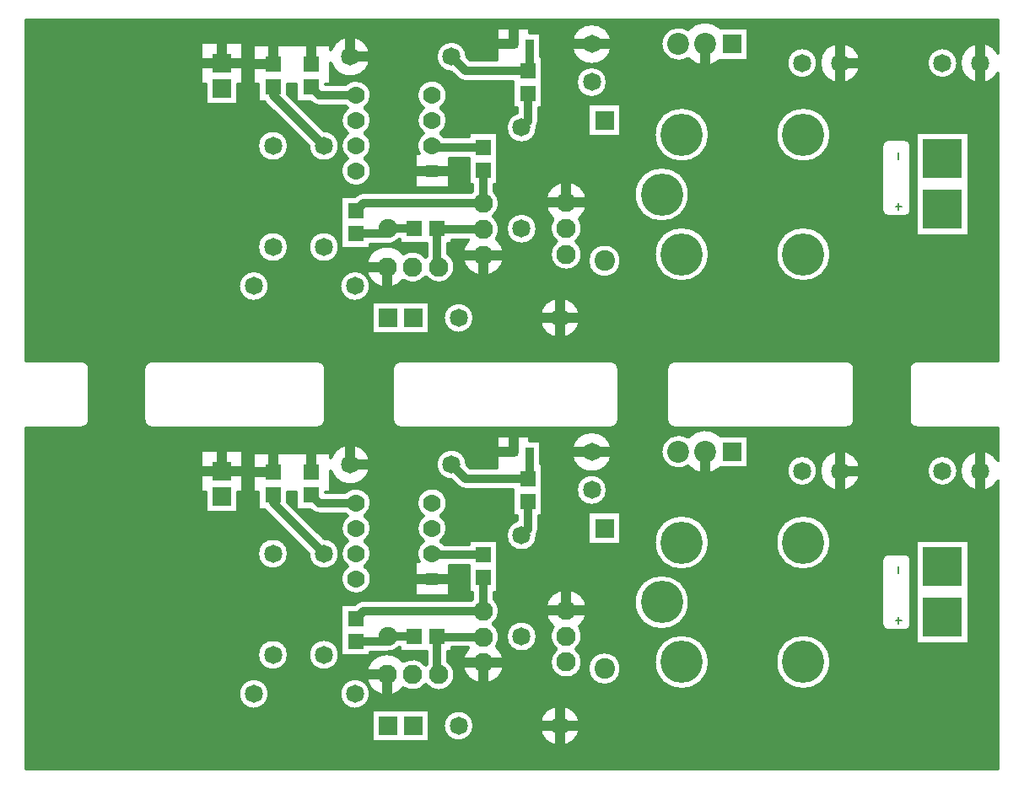
<source format=gbr>
G04 DesignSpark PCB Gerber Version 10.0 Build 5299*
G04 #@! TF.Part,Single*
G04 #@! TF.FileFunction,Copper,L1,Top*
G04 #@! TF.FilePolarity,Positive*
%FSLAX35Y35*%
%MOIN*%
G04 #@! TA.AperFunction,SMDPad,CuDef*
%ADD117R,0.06496X0.06496*%
%ADD121R,0.03701X0.03701*%
G04 #@! TA.AperFunction,ComponentPad*
%ADD21R,0.04567X0.04567*%
%ADD123R,0.07480X0.07480*%
%ADD23R,0.07756X0.07756*%
%ADD19R,0.07795X0.07795*%
G04 #@! TD.AperFunction*
%ADD15C,0.00500*%
%ADD10C,0.01200*%
%ADD114C,0.03465*%
%ADD11C,0.03937*%
G04 #@! TA.AperFunction,ComponentPad*
%ADD119C,0.06969*%
%ADD116C,0.07165*%
G04 #@! TA.AperFunction,ViaPad*
%ADD115C,0.07480*%
G04 #@! TA.AperFunction,ComponentPad*
%ADD106C,0.07677*%
%ADD120C,0.08110*%
%ADD118C,0.08661*%
%ADD26C,0.16693*%
G04 #@! TA.AperFunction,SMDPad,CuDef*
%ADD122R,0.06496X0.06496*%
G04 #@! TA.AperFunction,ComponentPad*
%ADD124R,0.15827X0.15827*%
G04 #@! TD.AperFunction*
X0Y0D02*
D02*
D10*
X28965Y163731D02*
Y28965D01*
X413180D01*
Y142676D01*
G75*
G02*
X398031Y146742I-7028J4066D01*
G01*
G75*
G02*
X413180Y150807I8120J0D01*
G01*
Y163731D01*
X381072D01*
G75*
G02*
X377904Y166899I0J3169D01*
G01*
Y187057D01*
G75*
G02*
X381072Y190225I3169J0D01*
G01*
X413180D01*
Y303936D01*
G75*
G02*
X398031Y308002I-7028J4066D01*
G01*
G75*
G02*
X413180Y312067I8120J0D01*
G01*
Y324991D01*
X28965D01*
Y190225D01*
X50994D01*
G75*
G02*
X54162Y187057I0J-3169D01*
G01*
Y166899D01*
G75*
G02*
X50994Y163731I-3169J0D01*
G01*
X28965D01*
X144222Y190225D02*
G75*
G02*
X147391Y187057I0J-3169D01*
G01*
Y166899D01*
G75*
G02*
X144222Y163731I-3169J0D01*
G01*
X78710D01*
G75*
G02*
X75542Y166899I0J3169D01*
G01*
Y187057D01*
G75*
G02*
X78710Y190225I3169J0D01*
G01*
X144222D01*
X98151Y154939D02*
X114702D01*
Y138387D01*
X112734D01*
Y130356D01*
X100120D01*
Y138387D01*
X98151D01*
Y154939D01*
X119025Y64704D02*
G75*
G02*
X125176Y58553I0J-6151D01*
G01*
G75*
G02*
X119025Y52402I-6151J0D01*
G01*
G75*
G02*
X112874Y58553I0J6151D01*
G01*
G75*
G02*
X119025Y64704I6151J0D01*
G01*
X155199Y138326D02*
G75*
G02*
X165511Y134025I4259J-4301D01*
G01*
G75*
G02*
X162869Y129025I-6053J0D01*
G01*
G75*
G02*
Y119025I-3411J-5000D01*
G01*
G75*
G02*
Y109025I-3411J-5000D01*
G01*
G75*
G02*
X159458Y97972I-3411J-5000D01*
G01*
G75*
G02*
X156047Y109025I0J6053D01*
G01*
G75*
G02*
Y119025I3411J5000D01*
G01*
G75*
G02*
Y129025I3411J5000D01*
G01*
G75*
G02*
X155199Y129724I3411J5001D01*
G01*
X144885D01*
G75*
G02*
X141839Y130984I-5J4301D01*
G01*
X141435Y131387D01*
X135887D01*
Y138419D01*
X132399D01*
Y134411D01*
X146673Y120137D01*
G75*
G02*
X152893Y113986I69J-6151D01*
G01*
G75*
G02*
X140591I-6151J0D01*
G01*
G75*
G02*
X140591Y114054I6152J-1D01*
G01*
X123546Y131099D01*
G75*
G02*
X123282Y131387I3039J3048D01*
G01*
X120769D01*
Y138419D01*
X118801D01*
Y153986D01*
X149486D01*
Y151984D01*
G75*
G02*
X165255Y149261I7650J-2723D01*
G01*
G75*
G02*
X149486Y146539I-8120J0D01*
G01*
Y138419D01*
X147517D01*
Y138326D01*
X155199D01*
X214967Y77376D02*
G75*
G02*
X218109Y70836I-5233J-6539D01*
G01*
G75*
G02*
X201358I-8376J0D01*
G01*
G75*
G02*
X203824Y76772I8376J0D01*
G01*
X197372D01*
Y75415D01*
X195857D01*
Y71298D01*
G75*
G02*
X192096Y59705I-3761J-5187D01*
G01*
G75*
G02*
X186978Y62257I0J6407D01*
G01*
G75*
G02*
X178163Y60879I-5118J3855D01*
G01*
G75*
G02*
X163248Y66112I-6539J5233D01*
G01*
G75*
G02*
X178163Y71345I8376J0D01*
G01*
G75*
G02*
X186978Y69966I3697J-5233D01*
G01*
G75*
G02*
X187256Y70310I5119J-3855D01*
G01*
Y75415D01*
X176742D01*
Y76929D01*
X176556D01*
G75*
G02*
X170777Y75028I-4618J4301D01*
G01*
G75*
G02*
X169953Y74949I-819J4222D01*
G01*
X165155D01*
Y73435D01*
X153525D01*
Y94065D01*
X159073D01*
X159355Y94346D01*
G75*
G02*
X162399Y95609I3044J-3038D01*
G01*
X204985D01*
G75*
G02*
X205433Y96058I4750J-4302D01*
G01*
Y98631D01*
X203919D01*
Y109146D01*
X196277D01*
Y97206D01*
X182639D01*
Y110844D01*
X184309D01*
G75*
G02*
X186047Y119025I5150J3181D01*
G01*
G75*
G02*
Y129025I3411J5000D01*
G01*
G75*
G02*
X189458Y140078I3411J5000D01*
G01*
G75*
G02*
X192869Y129025I0J-6053D01*
G01*
G75*
G02*
Y119025I-3411J-5000D01*
G01*
G75*
G02*
X194231Y117747I-3411J-5001D01*
G01*
X203919D01*
Y119261D01*
X215549D01*
Y98631D01*
X214035D01*
Y96058D01*
G75*
G02*
X213588Y86191I-4301J-4749D01*
G01*
G75*
G02*
X214967Y77376I-3855J-5118D01*
G01*
X199970Y52106D02*
G75*
G02*
X206121Y45954I0J-6151D01*
G01*
G75*
G02*
X199970Y39803I-6151J0D01*
G01*
G75*
G02*
X193819Y45954I0J6151D01*
G01*
G75*
G02*
X199970Y52106I6151J0D01*
G01*
X165710Y52261D02*
X188324D01*
Y39647D01*
X165710D01*
Y52261D01*
X140591Y73986D02*
G75*
G02*
X152893I6151J0D01*
G01*
G75*
G02*
X140591I-6151J0D01*
G01*
X159025Y64704D02*
G75*
G02*
X165176Y58553I0J-6151D01*
G01*
G75*
G02*
X159025Y52402I-6151J0D01*
G01*
G75*
G02*
X152874Y58553I0J6151D01*
G01*
G75*
G02*
X159025Y64704I6151J0D01*
G01*
X120433Y73986D02*
G75*
G02*
X132735I6151J0D01*
G01*
G75*
G02*
X120433I-6151J0D01*
G01*
Y113986D02*
G75*
G02*
X132735I6151J0D01*
G01*
G75*
G02*
X120433I-6151J0D01*
G01*
X98151Y316198D02*
X114702D01*
Y299647D01*
X112734D01*
Y291616D01*
X100120D01*
Y299647D01*
X98151D01*
Y316198D01*
X119025Y225964D02*
G75*
G02*
X125176Y219813I0J-6151D01*
G01*
G75*
G02*
X119025Y213661I-6151J0D01*
G01*
G75*
G02*
X112874Y219813I0J6151D01*
G01*
G75*
G02*
X119025Y225964I6151J0D01*
G01*
X155199Y299586D02*
G75*
G02*
X165511Y295285I4259J-4301D01*
G01*
G75*
G02*
X162869Y290285I-6053J0D01*
G01*
G75*
G02*
Y280285I-3411J-5000D01*
G01*
G75*
G02*
Y270285I-3411J-5000D01*
G01*
G75*
G02*
X159458Y259232I-3411J-5000D01*
G01*
G75*
G02*
X156047Y270285I0J6053D01*
G01*
G75*
G02*
Y280285I3411J5000D01*
G01*
G75*
G02*
Y290285I3411J5000D01*
G01*
G75*
G02*
X155199Y290984I3411J5001D01*
G01*
X144885D01*
G75*
G02*
X141839Y292244I-5J4301D01*
G01*
X141435Y292647D01*
X135887D01*
Y299679D01*
X132399D01*
Y295670D01*
X146673Y281396D01*
G75*
G02*
X152893Y275246I69J-6151D01*
G01*
G75*
G02*
X140591I-6151J0D01*
G01*
G75*
G02*
X140591Y275314I6152J-1D01*
G01*
X123546Y292359D01*
G75*
G02*
X123282Y292647I3039J3048D01*
G01*
X120769D01*
Y299679D01*
X118801D01*
Y315246D01*
X149486D01*
Y313244D01*
G75*
G02*
X165255Y310521I7650J-2723D01*
G01*
G75*
G02*
X149486Y307798I-8120J0D01*
G01*
Y299679D01*
X147517D01*
Y299586D01*
X155199D01*
X214967Y238635D02*
G75*
G02*
X218109Y232096I-5233J-6539D01*
G01*
G75*
G02*
X201358I-8376J0D01*
G01*
G75*
G02*
X203824Y238031I8376J0D01*
G01*
X197372D01*
Y236675D01*
X195857D01*
Y232558D01*
G75*
G02*
X192096Y220965I-3761J-5187D01*
G01*
G75*
G02*
X186978Y223517I0J6407D01*
G01*
G75*
G02*
X178163Y222139I-5118J3855D01*
G01*
G75*
G02*
X163248Y227372I-6539J5233D01*
G01*
G75*
G02*
X178163Y232605I8376J0D01*
G01*
G75*
G02*
X186978Y231226I3697J-5233D01*
G01*
G75*
G02*
X187256Y231570I5119J-3855D01*
G01*
Y236675D01*
X176742D01*
Y238189D01*
X176556D01*
G75*
G02*
X170777Y236287I-4618J4301D01*
G01*
G75*
G02*
X169953Y236209I-819J4222D01*
G01*
X165155D01*
Y234694D01*
X153525D01*
Y255324D01*
X159073D01*
X159355Y255606D01*
G75*
G02*
X162399Y256869I3044J-3038D01*
G01*
X204985D01*
G75*
G02*
X205433Y257318I4750J-4302D01*
G01*
Y259891D01*
X203919D01*
Y270406D01*
X196277D01*
Y258466D01*
X182639D01*
Y272104D01*
X184309D01*
G75*
G02*
X186047Y280285I5150J3181D01*
G01*
G75*
G02*
Y290285I3411J5000D01*
G01*
G75*
G02*
X189458Y301338I3411J5000D01*
G01*
G75*
G02*
X192869Y290285I0J-6053D01*
G01*
G75*
G02*
Y280285I-3411J-5000D01*
G01*
G75*
G02*
X194231Y279007I-3411J-5001D01*
G01*
X203919D01*
Y280521D01*
X215549D01*
Y259891D01*
X214035D01*
Y257318D01*
G75*
G02*
X213588Y247450I-4301J-4749D01*
G01*
G75*
G02*
X214967Y238635I-3855J-5118D01*
G01*
X199970Y213365D02*
G75*
G02*
X206121Y207214I0J-6151D01*
G01*
G75*
G02*
X199970Y201063I-6151J0D01*
G01*
G75*
G02*
X193819Y207214I0J6151D01*
G01*
G75*
G02*
X199970Y213365I6151J0D01*
G01*
X165710Y213521D02*
X188324D01*
Y200907D01*
X165710D01*
Y213521D01*
X260128Y190225D02*
G75*
G02*
X263296Y187057I0J-3169D01*
G01*
Y166899D01*
G75*
G02*
X260128Y163731I-3169J0D01*
G01*
X176978D01*
G75*
G02*
X173809Y166899I0J3169D01*
G01*
Y187057D01*
G75*
G02*
X176978Y190225I3169J0D01*
G01*
X260128D01*
X232401Y149498D02*
X233187D01*
Y128868D01*
X231672D01*
Y123750D01*
G75*
G02*
X231000Y121440I-4301J0D01*
G01*
G75*
G02*
X231003Y121230I-6148J-209D01*
G01*
G75*
G02*
X218701I-6151J0D01*
G01*
G75*
G02*
X223071Y127118I6151J0D01*
G01*
Y128868D01*
X221557D01*
Y139382D01*
X202714D01*
G75*
G02*
X199670Y140645I0J4301D01*
G01*
X197204Y143111D01*
G75*
G02*
X197135Y143110I-70J6152D01*
G01*
G75*
G02*
X190984Y149261I0J6151D01*
G01*
G75*
G02*
X197135Y155413I6151J0D01*
G01*
G75*
G02*
X203287Y149261I0J-6151D01*
G01*
G75*
G02*
X203286Y149193I-6152J1D01*
G01*
X204496Y147983D01*
X215218D01*
Y160687D01*
X227990D01*
Y158718D01*
X232517D01*
Y149883D01*
X232401D01*
Y149498D01*
X231850Y45954D02*
G75*
G02*
X248090I8120J0D01*
G01*
G75*
G02*
X231850I-8120J0D01*
G01*
X218701Y81230D02*
G75*
G02*
X231003I6151J0D01*
G01*
G75*
G02*
X218701I-6151J0D01*
G01*
X234114Y91624D02*
G75*
G02*
X250865I8376J0D01*
G01*
G75*
G02*
X247723Y85084I-8376J0D01*
G01*
G75*
G02*
X246344Y76269I-5233J-3697D01*
G01*
G75*
G02*
X248897Y71151I-3854J-5118D01*
G01*
G75*
G02*
X236083I-6407J0D01*
G01*
G75*
G02*
X238635Y76269I6407J0D01*
G01*
G75*
G02*
X237257Y85084I3855J5118D01*
G01*
G75*
G02*
X234114Y91624I5233J6539D01*
G01*
X244449Y154183D02*
G75*
G02*
X260688I8120J0D01*
G01*
G75*
G02*
X244449I-8120J0D01*
G01*
X246417Y139183D02*
G75*
G02*
X258720I6151J0D01*
G01*
G75*
G02*
X246417I-6151J0D01*
G01*
X250984Y68553D02*
G75*
G02*
X264231I6624J0D01*
G01*
G75*
G02*
X250984I-6624J0D01*
G01*
X251163Y130509D02*
X264053D01*
Y117620D01*
X251163D01*
Y130509D01*
X140591Y235246D02*
G75*
G02*
X152893I6151J0D01*
G01*
G75*
G02*
X140591I-6151J0D01*
G01*
X159025Y225964D02*
G75*
G02*
X165176Y219813I0J-6151D01*
G01*
G75*
G02*
X159025Y213661I-6151J0D01*
G01*
G75*
G02*
X152874Y219813I0J6151D01*
G01*
G75*
G02*
X159025Y225964I6151J0D01*
G01*
X120433Y235246D02*
G75*
G02*
X132735I6151J0D01*
G01*
G75*
G02*
X120433I-6151J0D01*
G01*
Y275246D02*
G75*
G02*
X132735I6151J0D01*
G01*
G75*
G02*
X120433I-6151J0D01*
G01*
X232401Y310757D02*
X233187D01*
Y290128D01*
X231672D01*
Y285009D01*
G75*
G02*
X231000Y282700I-4301J0D01*
G01*
G75*
G02*
X231003Y282490I-6148J-209D01*
G01*
G75*
G02*
X218701I-6151J0D01*
G01*
G75*
G02*
X223071Y288378I6151J0D01*
G01*
Y290128D01*
X221557D01*
Y300642D01*
X202714D01*
G75*
G02*
X199670Y301905I0J4301D01*
G01*
X197204Y304370D01*
G75*
G02*
X197135Y304370I-70J6152D01*
G01*
G75*
G02*
X190984Y310521I0J6151D01*
G01*
G75*
G02*
X197135Y316672I6151J0D01*
G01*
G75*
G02*
X203287Y310521I0J-6151D01*
G01*
G75*
G02*
X203286Y310453I-6152J1D01*
G01*
X204496Y309243D01*
X215218D01*
Y321946D01*
X227990D01*
Y319978D01*
X232517D01*
Y311143D01*
X232401D01*
Y310757D01*
X231850Y207214D02*
G75*
G02*
X248090I8120J0D01*
G01*
G75*
G02*
X231850I-8120J0D01*
G01*
X218701Y242490D02*
G75*
G02*
X231003I6151J0D01*
G01*
G75*
G02*
X218701I-6151J0D01*
G01*
X234114Y252883D02*
G75*
G02*
X250865I8376J0D01*
G01*
G75*
G02*
X247723Y246344I-8376J0D01*
G01*
G75*
G02*
X246344Y237529I-5233J-3697D01*
G01*
G75*
G02*
X248897Y232411I-3854J-5118D01*
G01*
G75*
G02*
X236083I-6407J0D01*
G01*
G75*
G02*
X238635Y237529I6407J0D01*
G01*
G75*
G02*
X237257Y246344I3855J5118D01*
G01*
G75*
G02*
X234114Y252883I5233J6539D01*
G01*
X244449Y315443D02*
G75*
G02*
X260688I8120J0D01*
G01*
G75*
G02*
X244449I-8120J0D01*
G01*
X246417Y300443D02*
G75*
G02*
X258720I6151J0D01*
G01*
G75*
G02*
X246417I-6151J0D01*
G01*
X250984Y229813D02*
G75*
G02*
X264231I6624J0D01*
G01*
G75*
G02*
X250984I-6624J0D01*
G01*
X251163Y291769D02*
X264053D01*
Y278880D01*
X251163D01*
Y291769D01*
X269331Y94773D02*
G75*
G02*
X291161I10915J0D01*
G01*
G75*
G02*
X269331I-10915J0D01*
G01*
X277205Y71151D02*
G75*
G02*
X299035I10915J0D01*
G01*
G75*
G02*
X277205I-10915J0D01*
G01*
X269331Y256033D02*
G75*
G02*
X291161I10915J0D01*
G01*
G75*
G02*
X269331I-10915J0D01*
G01*
X277205Y118395D02*
G75*
G02*
X299035I10915J0D01*
G01*
G75*
G02*
X277205I-10915J0D01*
G01*
Y232411D02*
G75*
G02*
X299035I10915J0D01*
G01*
G75*
G02*
X277205I-10915J0D01*
G01*
X303442Y160765D02*
X314466D01*
Y147836D01*
X303442D01*
G75*
G02*
X290597Y148579I-6070J6465D01*
G01*
G75*
G02*
X279843Y154301I-3855J5722D01*
G01*
G75*
G02*
X290597Y160022I6899J0D01*
G01*
G75*
G02*
X303442Y160765I6775J-5722D01*
G01*
X353356Y190225D02*
G75*
G02*
X356524Y187057I0J-3169D01*
G01*
Y166899D01*
G75*
G02*
X353356Y163731I-3169J0D01*
G01*
X285324D01*
G75*
G02*
X282156Y166899I0J3169D01*
G01*
Y187057D01*
G75*
G02*
X285324Y190225I3169J0D01*
G01*
X353356D01*
X325236Y71151D02*
G75*
G02*
X347066I10915J0D01*
G01*
G75*
G02*
X325236I-10915J0D01*
G01*
Y118395D02*
G75*
G02*
X347066I10915J0D01*
G01*
G75*
G02*
X325236I-10915J0D01*
G01*
X335718Y152893D02*
G75*
G02*
X341869Y146742I0J-6151D01*
G01*
G75*
G02*
X335718Y140591I-6151J0D01*
G01*
G75*
G02*
X329567Y146742I0J6151D01*
G01*
G75*
G02*
X335718Y152893I6151J0D01*
G01*
X342598Y146742D02*
G75*
G02*
X358838I8120J0D01*
G01*
G75*
G02*
X342598I-8120J0D01*
G01*
X277205Y279655D02*
G75*
G02*
X299035I10915J0D01*
G01*
G75*
G02*
X277205I-10915J0D01*
G01*
X303442Y322025D02*
X314466D01*
Y309096D01*
X303442D01*
G75*
G02*
X290597Y309839I-6070J6465D01*
G01*
G75*
G02*
X279843Y315561I-3855J5722D01*
G01*
G75*
G02*
X290597Y321282I6899J0D01*
G01*
G75*
G02*
X303442Y322025I6775J-5722D01*
G01*
X325236Y232411D02*
G75*
G02*
X347066I10915J0D01*
G01*
G75*
G02*
X325236I-10915J0D01*
G01*
Y279655D02*
G75*
G02*
X347066I10915J0D01*
G01*
G75*
G02*
X325236I-10915J0D01*
G01*
X335718Y314153D02*
G75*
G02*
X341869Y308002I0J-6151D01*
G01*
G75*
G02*
X335718Y301850I-6151J0D01*
G01*
G75*
G02*
X329567Y308002I0J6151D01*
G01*
G75*
G02*
X335718Y314153I6151J0D01*
G01*
X342598Y308002D02*
G75*
G02*
X358838I8120J0D01*
G01*
G75*
G02*
X342598I-8120J0D01*
G01*
X376283Y114088D02*
G75*
G02*
X378852Y111519I0J-2569D01*
G01*
Y86019D01*
G75*
G02*
X376283Y83451I-2569J0D01*
G01*
X369783D01*
G75*
G02*
X367215Y86019I0J2569D01*
G01*
Y111519D01*
G75*
G02*
X369783Y114088I2569J0D01*
G01*
X376283D01*
Y277867D02*
G75*
G02*
X378852Y275299I0J-2569D01*
G01*
Y249799D01*
G75*
G02*
X376283Y247230I-2569J0D01*
G01*
X369783D01*
G75*
G02*
X367215Y249799I0J2569D01*
G01*
Y275299D01*
G75*
G02*
X369783Y277867I2569J0D01*
G01*
X376283D01*
X380671Y280608D02*
X401631D01*
Y239647D01*
X380671D01*
Y280608D01*
X391151Y314153D02*
G75*
G02*
X397302Y308002I0J-6151D01*
G01*
G75*
G02*
X391151Y301850I-6151J0D01*
G01*
G75*
G02*
X385000Y308002I0J6151D01*
G01*
G75*
G02*
X391151Y314153I6151J0D01*
G01*
Y152893D02*
G75*
G02*
X397302Y146742I0J-6151D01*
G01*
G75*
G02*
X391151Y140591I-6151J0D01*
G01*
G75*
G02*
X385000Y146742I0J6151D01*
G01*
G75*
G02*
X391151Y152893I6151J0D01*
G01*
X380671Y119348D02*
X401631D01*
Y78387D01*
X380671D01*
Y119348D01*
X29565Y45954D02*
G36*
X29565Y45954D02*
Y29565D01*
X412580D01*
Y45954D01*
X248090D01*
G75*
G02*
X231850I-8120J0D01*
G01*
X206121D01*
Y45954D01*
G75*
G02*
X199970Y39803I-6151J0D01*
G01*
G75*
G02*
X193819Y45954I0J6151D01*
G01*
Y45954D01*
X188324D01*
Y39647D01*
X165710D01*
Y45954D01*
X29565D01*
G37*
Y58553D02*
G36*
X29565Y58553D02*
Y45954D01*
X165710D01*
Y52261D01*
X188324D01*
Y45954D01*
X193819D01*
Y45955D01*
G75*
G02*
X199970Y52106I6151J0D01*
G01*
G75*
G02*
X206121Y45955I0J-6151D01*
G01*
Y45954D01*
X231850D01*
G75*
G02*
X248090I8120J0D01*
G01*
X412580D01*
Y58553D01*
X175230D01*
G75*
G02*
X168017I-3607J7559D01*
G01*
X165176D01*
Y58552D01*
G75*
G02*
X159025Y52402I-6151J0D01*
G01*
G75*
G02*
X152874Y58552I0J6151D01*
G01*
Y58553D01*
X125176D01*
Y58552D01*
G75*
G02*
X119025Y52402I-6151J0D01*
G01*
G75*
G02*
X112874Y58552I0J6151D01*
G01*
Y58553D01*
X29565D01*
G37*
Y73986D02*
G36*
X29565Y73986D02*
Y58553D01*
X112874D01*
Y58553D01*
G75*
G02*
X119025Y64704I6151J0D01*
G01*
G75*
G02*
X125176Y58553I0J-6151D01*
G01*
Y58553D01*
X152874D01*
Y58553D01*
G75*
G02*
X159025Y64704I6151J0D01*
G01*
G75*
G02*
X165176Y58553I0J-6151D01*
G01*
Y58553D01*
X168017D01*
G75*
G02*
X163248Y66112I3607J7559D01*
G01*
G75*
G02*
X168769Y73986I8376J0D01*
G01*
X165155D01*
Y73435D01*
X153525D01*
Y73986D01*
X152893D01*
G75*
G02*
X140591I-6151J0D01*
G01*
X132735D01*
G75*
G02*
X120433I-6151J0D01*
G01*
X29565D01*
G37*
X178163Y60879D02*
G36*
X178163Y60879D02*
G75*
G02*
X175230Y58553I-6539J5233D01*
G01*
X412580D01*
Y73986D01*
X346692D01*
G75*
G02*
X347066Y71151I-10541J-2834D01*
G01*
G75*
G02*
X325236I-10915J0D01*
G01*
G75*
G02*
X325611Y73986I10915J0D01*
G01*
X298660D01*
G75*
G02*
X299035Y71151I-10541J-2834D01*
G01*
G75*
G02*
X277205I-10915J0D01*
G01*
G75*
G02*
X277579Y73986I10915J0D01*
G01*
X261396D01*
G75*
G02*
X264231Y68553I-3789J-5433D01*
G01*
G75*
G02*
X250984I-6624J0D01*
G01*
G75*
G02*
X253819Y73986I6624J0D01*
G01*
X248236D01*
G75*
G02*
X248897Y71151I-5746J-2834D01*
G01*
G75*
G02*
X236083I-6407J0D01*
G01*
G75*
G02*
X236744Y73986I6407J0D01*
G01*
X217494D01*
G75*
G02*
X218109Y70836I-7761J-3150D01*
G01*
G75*
G02*
X201358I-8376J0D01*
G01*
G75*
G02*
Y70837I9023J0D01*
G01*
G75*
G02*
X201973Y73986I8374J0D01*
G01*
X195857D01*
Y71298D01*
G75*
G02*
X198503Y66112I-3762J-5187D01*
G01*
G75*
G02*
X192096Y59705I-6407J0D01*
G01*
G75*
G02*
X186978Y62257I0J6407D01*
G01*
G75*
G02*
X178163Y60879I-5118J3855D01*
G01*
G37*
X174478Y73986D02*
G36*
X174478Y73986D02*
G75*
G02*
X178163Y71345I-2855J-7874D01*
G01*
G75*
G02*
X186978Y69966I3697J-5233D01*
G01*
G75*
G02*
X187256Y70310I5121J-3857D01*
G01*
Y73986D01*
X174478D01*
G37*
X29565Y81230D02*
G36*
X29565Y81230D02*
Y73986D01*
X120433D01*
G75*
G02*
X132735I6151J0D01*
G01*
X140591D01*
G75*
G02*
X152893I6151J0D01*
G01*
X153525D01*
Y81230D01*
X29565D01*
G37*
X165155Y74949D02*
G36*
X165155Y74949D02*
Y73986D01*
X168769D01*
G75*
G02*
X174478I2854J-7874D01*
G01*
X187256D01*
Y75415D01*
X176742D01*
Y76929D01*
X176556D01*
G75*
G02*
X170777Y75028I-4617J4300D01*
G01*
G75*
G02*
X169953Y74949I-823J4265D01*
G01*
X165155D01*
G37*
X195857Y75415D02*
G36*
X195857Y75415D02*
Y73986D01*
X201973D01*
G75*
G02*
X203824Y76772I7759J-3149D01*
G01*
X197372D01*
Y75415D01*
X195857D01*
G37*
X216141Y81072D02*
G36*
X216141Y81072D02*
G75*
G02*
X214967Y77376I-6408J0D01*
G01*
G75*
G02*
X217494Y73986I-5233J-6539D01*
G01*
X236744D01*
G75*
G02*
X238635Y76269I5746J-2835D01*
G01*
G75*
G02*
X236085Y81230I3855J5119D01*
G01*
X231003D01*
G75*
G02*
X218701I-6151J0D01*
G01*
X216139D01*
G75*
G02*
X216141Y81072I-6402J-159D01*
G01*
G37*
X246344Y76269D02*
G36*
X246344Y76269D02*
G75*
G02*
X248236Y73986I-3854J-5118D01*
G01*
X253819D01*
G75*
G02*
X261396I3789J-5433D01*
G01*
X277579D01*
G75*
G02*
X283930Y81230I10541J-2835D01*
G01*
X248895D01*
G75*
G02*
X246344Y76269I-6405J157D01*
G01*
G37*
X292309Y81230D02*
G36*
X292309Y81230D02*
G75*
G02*
X298660Y73986I-4190J-10079D01*
G01*
X325611D01*
G75*
G02*
X331961Y81230I10541J-2835D01*
G01*
X292309D01*
G37*
X340341D02*
G36*
X340341Y81230D02*
G75*
G02*
X346692Y73986I-4190J-10079D01*
G01*
X412580D01*
Y81230D01*
X401631D01*
Y78387D01*
X380671D01*
Y81230D01*
X340341D01*
G37*
X29565Y94773D02*
G36*
X29565Y94773D02*
Y81230D01*
X153525D01*
Y94065D01*
X159073D01*
X159355Y94346D01*
G75*
G02*
X159851Y94773I3045J-3040D01*
G01*
X29565D01*
G37*
X213588Y86191D02*
G36*
X213588Y86191D02*
G75*
G02*
X216139Y81230I-3855J-5119D01*
G01*
X218701D01*
G75*
G02*
X231003I6151J0D01*
G01*
X236085D01*
G75*
G02*
X236083Y81387I6402J159D01*
G01*
G75*
G02*
X237257Y85084I6408J0D01*
G01*
G75*
G02*
X234114Y91624I5233J6539D01*
G01*
G75*
G02*
X234729Y94773I8376J0D01*
G01*
X215123D01*
G75*
G02*
X216141Y91309I-5390J-3465D01*
G01*
G75*
G02*
X213588Y86191I-6407J0D01*
G01*
G37*
X248897Y81387D02*
G36*
X248897Y81387D02*
G75*
G02*
X248895Y81230I-6409J1D01*
G01*
X283930D01*
G75*
G02*
X292309I4190J-10078D01*
G01*
X331961D01*
G75*
G02*
X340341I4190J-10078D01*
G01*
X380671D01*
Y94773D01*
X378852D01*
Y86019D01*
G75*
G02*
X376283Y83451I-2569J0D01*
G01*
X369783D01*
G75*
G02*
X367215Y86019I0J2569D01*
G01*
Y94773D01*
X291161D01*
G75*
G02*
X269331I-10915J0D01*
G01*
X250251D01*
G75*
G02*
X250865Y91624I-7761J-3149D01*
G01*
G75*
G02*
X247723Y85084I-8375J0D01*
G01*
G75*
G02*
X248897Y81387I-5232J-3697D01*
G01*
G37*
X401631Y94773D02*
G36*
X401631Y94773D02*
Y81230D01*
X412580D01*
Y94773D01*
X401631D01*
G37*
X29565Y113986D02*
G36*
X29565Y113986D02*
Y94773D01*
X159851D01*
G75*
G02*
X162399Y95609I2548J-3465D01*
G01*
X204985D01*
G75*
G02*
X205433Y96058I4625J-4177D01*
G01*
Y98631D01*
X203919D01*
Y109146D01*
X196277D01*
Y97206D01*
X182639D01*
Y110844D01*
X184309D01*
G75*
G02*
X183406Y113986I5149J3181D01*
G01*
X165511D01*
G75*
G02*
X162869Y109025I-6053J39D01*
G01*
G75*
G02*
X165511Y104025I-3411J-5000D01*
G01*
G75*
G02*
X159458Y97972I-6053J0D01*
G01*
G75*
G02*
X153406Y104025I0J6053D01*
G01*
G75*
G02*
X156047Y109025I6053J0D01*
G01*
G75*
G02*
X153406Y113986I3411J5000D01*
G01*
X152893D01*
G75*
G02*
X140591I-6151J0D01*
G01*
X132735D01*
G75*
G02*
X120433I-6151J0D01*
G01*
X29565D01*
G37*
X214035Y98631D02*
G36*
X214035Y98631D02*
Y96058D01*
G75*
G02*
X215123Y94773I-4302J-4749D01*
G01*
X234729D01*
G75*
G02*
X250251I7761J-3150D01*
G01*
X269331D01*
G75*
G02*
X291161I10915J0D01*
G01*
X367215D01*
Y111519D01*
G75*
G02*
X369067Y113986I2569J0D01*
G01*
X346136D01*
G75*
G02*
X326167I-9985J4409D01*
G01*
X298104D01*
G75*
G02*
X278135I-9985J4409D01*
G01*
X215549D01*
Y98631D01*
X214035D01*
G37*
X378852Y111519D02*
G36*
X378852Y111519D02*
Y94773D01*
X380671D01*
Y113986D01*
X377000D01*
G75*
G02*
X378852Y111519I-717J-2467D01*
G01*
G37*
X401631Y113986D02*
G36*
X401631Y113986D02*
Y94773D01*
X412580D01*
Y113986D01*
X401631D01*
G37*
X29565Y124065D02*
G36*
X29565Y124065D02*
Y113986D01*
X120433D01*
G75*
G02*
X132735I6151J0D01*
G01*
X140591D01*
G75*
G02*
Y114003I3017J9D01*
G01*
G75*
G02*
X140591Y114054I2971J3D01*
G01*
X130581Y124065D01*
X29565D01*
G37*
X142745D02*
G36*
X142745Y124065D02*
X146673Y120137D01*
G75*
G02*
X152893Y113986I68J-6151D01*
G01*
X153406D01*
G75*
G02*
Y114025I6064J20D01*
G01*
G75*
G02*
X156047Y119025I6053J0D01*
G01*
G75*
G02*
X153406Y124025I3411J5000D01*
G01*
G75*
G02*
Y124065I6064J20D01*
G01*
X142745D01*
G37*
X165511Y114025D02*
G36*
X165511Y114025D02*
G75*
G02*
Y113986I-6064J-20D01*
G01*
X183406D01*
G75*
G02*
X183405Y114025I6064J80D01*
G01*
G75*
G02*
X186047Y119025I6052J0D01*
G01*
G75*
G02*
X183406Y124025I3411J5000D01*
G01*
G75*
G02*
Y124065I6064J20D01*
G01*
X165511D01*
G75*
G02*
Y124025I-6064J-20D01*
G01*
G75*
G02*
X162869Y119025I-6053J0D01*
G01*
G75*
G02*
X165511Y114025I-3411J-5000D01*
G01*
G37*
X192869Y119025D02*
G36*
X192869Y119025D02*
G75*
G02*
X194231Y117747I-3415J-5005D01*
G01*
X203919D01*
Y119261D01*
X215549D01*
Y113986D01*
X278135D01*
G75*
G02*
X277205Y118395I9985J4409D01*
G01*
G75*
G02*
X278793Y124065I10915J0D01*
G01*
X264053D01*
Y117620D01*
X251163D01*
Y124065D01*
X231672D01*
Y123750D01*
G75*
G02*
X231000Y121440I-4303J0D01*
G01*
G75*
G02*
X231003Y121241I-5579J-199D01*
G01*
G75*
G02*
Y121230I-5537J-5D01*
G01*
G75*
G02*
X218701I-6151J0D01*
G01*
G75*
G02*
X219393Y124065I6152J0D01*
G01*
X195511D01*
G75*
G02*
Y124025I-6064J-20D01*
G01*
G75*
G02*
X192869Y119025I-6053J0D01*
G01*
G37*
X299035Y118395D02*
G36*
X299035Y118395D02*
G75*
G02*
X298104Y113986I-10915J0D01*
G01*
X326167D01*
G75*
G02*
X325236Y118395I9985J4409D01*
G01*
G75*
G02*
X326824Y124065I10915J0D01*
G01*
X297447D01*
G75*
G02*
X299035Y118395I-9327J-5669D01*
G01*
G37*
X347066D02*
G36*
X347066Y118395D02*
G75*
G02*
X346136Y113986I-10915J0D01*
G01*
X369067D01*
G75*
G02*
X369783Y114088I717J-2468D01*
G01*
X376283D01*
G75*
G02*
X377000Y113986I0J-2570D01*
G01*
X380671D01*
Y119348D01*
X401631D01*
Y113986D01*
X412580D01*
Y124065D01*
X345478D01*
G75*
G02*
X347066Y118395I-9327J-5669D01*
G01*
G37*
X29565Y142647D02*
G36*
X29565Y142647D02*
Y124065D01*
X130581D01*
X123546Y131099D01*
G75*
G02*
X123282Y131387I3030J3039D01*
G01*
X120769D01*
Y138419D01*
X118801D01*
Y142647D01*
X114702D01*
Y138387D01*
X112734D01*
Y130356D01*
X100120D01*
Y138387D01*
X98151D01*
Y142647D01*
X29565D01*
G37*
X132399Y138419D02*
G36*
X132399Y138419D02*
Y134411D01*
X142745Y124065D01*
X153406D01*
G75*
G02*
X156047Y129025I6053J-39D01*
G01*
G75*
G02*
X155199Y129724I3426J5019D01*
G01*
X144885D01*
G75*
G02*
X141839Y130984I-5J4300D01*
G01*
X141435Y131387D01*
X135887D01*
Y138419D01*
X132399D01*
G37*
X147517D02*
G36*
X147517Y138419D02*
Y138326D01*
X155199D01*
G75*
G02*
X165511Y134025I4259J-4301D01*
G01*
G75*
G02*
X162869Y129025I-6054J0D01*
G01*
G75*
G02*
X165511Y124065I-3411J-5000D01*
G01*
X183406D01*
G75*
G02*
X186047Y129025I6053J-39D01*
G01*
G75*
G02*
X183406Y134025I3411J5000D01*
G01*
G75*
G02*
X189458Y140078I6053J0D01*
G01*
G75*
G02*
X195511Y134025I0J-6053D01*
G01*
G75*
G02*
X192869Y129025I-6053J0D01*
G01*
G75*
G02*
X195511Y124065I-3411J-5000D01*
G01*
X219393D01*
G75*
G02*
X223071Y127118I5459J-2834D01*
G01*
Y128868D01*
X221557D01*
Y139382D01*
X202714D01*
G75*
G02*
X199670Y140645I0J4302D01*
G01*
X197667Y142647D01*
X161845D01*
G75*
G02*
X152426I-4709J6615D01*
G01*
X149486D01*
Y138419D01*
X147517D01*
G37*
X231672Y128868D02*
G36*
X231672Y128868D02*
Y124065D01*
X251163D01*
Y130509D01*
X264053D01*
Y124065D01*
X278793D01*
G75*
G02*
X297447I9327J-5669D01*
G01*
X326824D01*
G75*
G02*
X345478I9327J-5669D01*
G01*
X412580D01*
Y141781D01*
G75*
G02*
X399139Y142647I-6428J4960D01*
G01*
X395742D01*
G75*
G02*
X391151Y140591I-4591J4094D01*
G01*
G75*
G02*
X386561Y142647I0J6151D01*
G01*
X357730D01*
G75*
G02*
X343706I-7012J4094D01*
G01*
X340309D01*
G75*
G02*
X335718Y140591I-4591J4094D01*
G01*
G75*
G02*
X331128Y142647I0J6151D01*
G01*
X257651D01*
G75*
G02*
X258720Y139183I-5083J-3465D01*
G01*
G75*
G02*
X246417I-6151J0D01*
G01*
G75*
G02*
X247486Y142647I6151J0D01*
G01*
X233187D01*
Y128868D01*
X231672D01*
G37*
X29565Y154183D02*
G36*
X29565Y154183D02*
Y142647D01*
X98151D01*
Y154183D01*
X29565D01*
G37*
X114702D02*
G36*
X114702Y154183D02*
Y142647D01*
X118801D01*
Y153986D01*
X149486D01*
Y151984D01*
G75*
G02*
X150677Y154183I7650J-2723D01*
G01*
X114702D01*
G37*
X149486Y146539D02*
G36*
X149486Y146539D02*
Y142647D01*
X152426D01*
G75*
G02*
X149486Y146539I4710J6614D01*
G01*
G37*
X165255Y149261D02*
G36*
X165255Y149261D02*
G75*
G02*
X161845Y142647I-8120J0D01*
G01*
X197667D01*
X197204Y143111D01*
G75*
G02*
X197135Y143110I-52J2980D01*
G01*
G75*
G02*
X190984Y149261I0J6151D01*
G01*
Y149261D01*
Y149262D01*
G75*
G02*
X193445Y154183I6151J0D01*
G01*
X163594D01*
G75*
G02*
X165255Y149261I-6458J-4921D01*
G01*
G37*
X203287Y149262D02*
G36*
X203287Y149262D02*
Y149261D01*
G75*
G02*
Y149244I-2948J-8D01*
G01*
G75*
G02*
X203286Y149193I-2994J-3D01*
G01*
X204496Y147983D01*
X215218D01*
Y154183D01*
X200826D01*
G75*
G02*
X203287Y149262I-3690J-4921D01*
G01*
G37*
X232401Y149883D02*
G36*
X232401Y149883D02*
Y149498D01*
X233187D01*
Y142647D01*
X247486D01*
G75*
G02*
X257651I5083J-3465D01*
G01*
X331128D01*
G75*
G02*
X329567Y146741I4590J4094D01*
G01*
Y146742D01*
Y146742D01*
G75*
G02*
X335718Y152893I6151J0D01*
G01*
G75*
G02*
X341869Y146742I0J-6151D01*
G01*
Y146742D01*
Y146741D01*
G75*
G02*
X340309Y142647I-6151J0D01*
G01*
X343706D01*
G75*
G02*
X342598Y146742I7012J4094D01*
G01*
G75*
G02*
X347468Y154183I8120J0D01*
G01*
X314466D01*
Y147836D01*
X303442D01*
G75*
G02*
X290597Y148579I-6070J6465D01*
G01*
G75*
G02*
X279844Y154183I-3855J5721D01*
G01*
X260688D01*
G75*
G02*
X244449I-8120J0D01*
G01*
X232517D01*
Y149883D01*
X232401D01*
G37*
X358838Y146742D02*
G36*
X358838Y146742D02*
G75*
G02*
X357730Y142647I-8120J0D01*
G01*
X386561D01*
G75*
G02*
X385000Y146741I4590J4094D01*
G01*
Y146742D01*
Y146742D01*
G75*
G02*
X391151Y152893I6151J0D01*
G01*
G75*
G02*
X397302Y146742I0J-6151D01*
G01*
Y146742D01*
Y146741D01*
G75*
G02*
X395742Y142647I-6151J0D01*
G01*
X399139D01*
G75*
G02*
X398031Y146742I7012J4094D01*
G01*
G75*
G02*
X402901Y154183I8120J0D01*
G01*
X353968D01*
G75*
G02*
X358838Y146742I-3250J-7441D01*
G01*
G37*
X409401Y154183D02*
G36*
X409401Y154183D02*
G75*
G02*
X412580Y151702I-3250J-7441D01*
G01*
Y154183D01*
X409401D01*
G37*
X29565Y163731D02*
G36*
X29565Y163731D02*
Y154183D01*
X98151D01*
Y154939D01*
X114702D01*
Y154183D01*
X150677D01*
G75*
G02*
X163594I6458J-4921D01*
G01*
X193445D01*
G75*
G02*
X197135Y155413I3690J-4921D01*
G01*
G75*
G02*
X200826Y154183I0J-6151D01*
G01*
X215218D01*
Y160687D01*
X227990D01*
Y158718D01*
X232517D01*
Y154183D01*
X244449D01*
G75*
G02*
X260688I8120J0D01*
G01*
X279844D01*
G75*
G02*
X279843Y154301I6912J128D01*
G01*
G75*
G02*
X290597Y160022I6900J0D01*
G01*
G75*
G02*
X303442Y160765I6775J-5722D01*
G01*
X314466D01*
Y154183D01*
X347468D01*
G75*
G02*
X353968I3250J-7441D01*
G01*
X402901D01*
G75*
G02*
X409401I3250J-7441D01*
G01*
X412580D01*
Y163731D01*
X381072D01*
G75*
G02*
X377904Y166899I0J3168D01*
G01*
Y166899D01*
Y176978D01*
X356524D01*
Y166899D01*
Y166899D01*
G75*
G02*
X353356Y163731I-3169J0D01*
G01*
X285324D01*
G75*
G02*
X282156Y166899I0J3168D01*
G01*
Y166899D01*
Y176978D01*
X263296D01*
Y166899D01*
Y166899D01*
G75*
G02*
X260128Y163731I-3169J0D01*
G01*
X176978D01*
G75*
G02*
X173809Y166899I0J3168D01*
G01*
Y166899D01*
Y176978D01*
X147391D01*
Y166899D01*
Y166899D01*
G75*
G02*
X144222Y163731I-3169J0D01*
G01*
X78710D01*
G75*
G02*
X75542Y166899I0J3168D01*
G01*
Y166899D01*
Y176978D01*
X54162D01*
Y166899D01*
Y166899D01*
G75*
G02*
X50994Y163731I-3169J0D01*
G01*
X29565D01*
G37*
Y207214D02*
G36*
X29565Y207214D02*
Y190225D01*
X50994D01*
G75*
G02*
X54162Y187057I0J-3168D01*
G01*
Y187057D01*
Y176978D01*
X75542D01*
Y187057D01*
Y187057D01*
G75*
G02*
X78710Y190225I3169J0D01*
G01*
X144222D01*
G75*
G02*
X147391Y187057I0J-3168D01*
G01*
Y187057D01*
Y176978D01*
X173809D01*
Y187057D01*
Y187057D01*
G75*
G02*
X176978Y190225I3169J0D01*
G01*
X260128D01*
G75*
G02*
X263296Y187057I0J-3168D01*
G01*
Y187057D01*
Y176978D01*
X282156D01*
Y187057D01*
Y187057D01*
G75*
G02*
X285324Y190225I3169J0D01*
G01*
X353356D01*
G75*
G02*
X356524Y187057I0J-3168D01*
G01*
Y187057D01*
Y176978D01*
X377904D01*
Y187057D01*
Y187057D01*
G75*
G02*
X381072Y190225I3169J0D01*
G01*
X412580D01*
Y207214D01*
X248090D01*
G75*
G02*
X231850I-8120J0D01*
G01*
X206121D01*
Y207214D01*
G75*
G02*
X199970Y201063I-6151J0D01*
G01*
G75*
G02*
X193819Y207214I0J6151D01*
G01*
Y207214D01*
X188324D01*
Y200907D01*
X165710D01*
Y207214D01*
X29565D01*
G37*
Y219813D02*
G36*
X29565Y219813D02*
Y207214D01*
X165710D01*
Y213521D01*
X188324D01*
Y207214D01*
X193819D01*
Y207215D01*
G75*
G02*
X199970Y213365I6151J0D01*
G01*
G75*
G02*
X206121Y207215I0J-6151D01*
G01*
Y207214D01*
X231850D01*
G75*
G02*
X248090I8120J0D01*
G01*
X412580D01*
Y219813D01*
X175230D01*
G75*
G02*
X168017I-3607J7559D01*
G01*
X165176D01*
Y219812D01*
G75*
G02*
X159025Y213661I-6151J0D01*
G01*
G75*
G02*
X152874Y219812I0J6151D01*
G01*
Y219813D01*
X125176D01*
Y219812D01*
G75*
G02*
X119025Y213661I-6151J0D01*
G01*
G75*
G02*
X112874Y219812I0J6151D01*
G01*
Y219813D01*
X29565D01*
G37*
Y235246D02*
G36*
X29565Y235246D02*
Y219813D01*
X112874D01*
Y219813D01*
G75*
G02*
X119025Y225964I6151J0D01*
G01*
G75*
G02*
X125176Y219813I0J-6151D01*
G01*
Y219813D01*
X152874D01*
Y219813D01*
G75*
G02*
X159025Y225964I6151J0D01*
G01*
G75*
G02*
X165176Y219813I0J-6151D01*
G01*
Y219813D01*
X168017D01*
G75*
G02*
X163248Y227372I3607J7559D01*
G01*
G75*
G02*
X168769Y235246I8376J0D01*
G01*
X165155D01*
Y234694D01*
X153525D01*
Y235246D01*
X152893D01*
G75*
G02*
X140591I-6151J0D01*
G01*
X132735D01*
G75*
G02*
X120433I-6151J0D01*
G01*
X29565D01*
G37*
X178163Y222139D02*
G36*
X178163Y222139D02*
G75*
G02*
X175230Y219813I-6539J5233D01*
G01*
X412580D01*
Y235246D01*
X346692D01*
G75*
G02*
X347066Y232411I-10541J-2834D01*
G01*
G75*
G02*
X325236I-10915J0D01*
G01*
G75*
G02*
X325611Y235246I10915J0D01*
G01*
X298660D01*
G75*
G02*
X299035Y232411I-10541J-2834D01*
G01*
G75*
G02*
X277205I-10915J0D01*
G01*
G75*
G02*
X277579Y235246I10915J0D01*
G01*
X261396D01*
G75*
G02*
X264231Y229813I-3789J-5433D01*
G01*
G75*
G02*
X250984I-6624J0D01*
G01*
G75*
G02*
X253819Y235246I6624J0D01*
G01*
X248236D01*
G75*
G02*
X248897Y232411I-5746J-2834D01*
G01*
G75*
G02*
X236083I-6407J0D01*
G01*
G75*
G02*
X236744Y235246I6407J0D01*
G01*
X217494D01*
G75*
G02*
X218109Y232096I-7761J-3150D01*
G01*
G75*
G02*
X201358I-8376J0D01*
G01*
G75*
G02*
Y232097I9023J0D01*
G01*
G75*
G02*
X201973Y235246I8374J0D01*
G01*
X195857D01*
Y232558D01*
G75*
G02*
X198503Y227372I-3762J-5187D01*
G01*
G75*
G02*
X192096Y220965I-6407J0D01*
G01*
G75*
G02*
X186978Y223517I0J6407D01*
G01*
G75*
G02*
X178163Y222139I-5118J3855D01*
G01*
G37*
X174478Y235246D02*
G36*
X174478Y235246D02*
G75*
G02*
X178163Y232605I-2855J-7874D01*
G01*
G75*
G02*
X186978Y231226I3697J-5233D01*
G01*
G75*
G02*
X187256Y231570I5121J-3857D01*
G01*
Y235246D01*
X174478D01*
G37*
X29565Y242490D02*
G36*
X29565Y242490D02*
Y235246D01*
X120433D01*
G75*
G02*
X132735I6151J0D01*
G01*
X140591D01*
G75*
G02*
X152893I6151J0D01*
G01*
X153525D01*
Y242490D01*
X29565D01*
G37*
X165155Y236209D02*
G36*
X165155Y236209D02*
Y235246D01*
X168769D01*
G75*
G02*
X174478I2854J-7874D01*
G01*
X187256D01*
Y236675D01*
X176742D01*
Y238189D01*
X176556D01*
G75*
G02*
X170777Y236287I-4617J4300D01*
G01*
G75*
G02*
X169953Y236209I-823J4265D01*
G01*
X165155D01*
G37*
X195857Y236675D02*
G36*
X195857Y236675D02*
Y235246D01*
X201973D01*
G75*
G02*
X203824Y238031I7759J-3149D01*
G01*
X197372D01*
Y236675D01*
X195857D01*
G37*
X216141Y242332D02*
G36*
X216141Y242332D02*
G75*
G02*
X214967Y238635I-6408J0D01*
G01*
G75*
G02*
X217494Y235246I-5233J-6539D01*
G01*
X236744D01*
G75*
G02*
X238635Y237529I5746J-2835D01*
G01*
G75*
G02*
X236085Y242490I3855J5119D01*
G01*
X231003D01*
G75*
G02*
X218701I-6151J0D01*
G01*
X216139D01*
G75*
G02*
X216141Y242332I-6402J-159D01*
G01*
G37*
X246344Y237529D02*
G36*
X246344Y237529D02*
G75*
G02*
X248236Y235246I-3854J-5118D01*
G01*
X253819D01*
G75*
G02*
X261396I3789J-5433D01*
G01*
X277579D01*
G75*
G02*
X283930Y242490I10541J-2835D01*
G01*
X248895D01*
G75*
G02*
X246344Y237529I-6405J157D01*
G01*
G37*
X292309Y242490D02*
G36*
X292309Y242490D02*
G75*
G02*
X298660Y235246I-4190J-10079D01*
G01*
X325611D01*
G75*
G02*
X331961Y242490I10541J-2835D01*
G01*
X292309D01*
G37*
X340341D02*
G36*
X340341Y242490D02*
G75*
G02*
X346692Y235246I-4190J-10079D01*
G01*
X412580D01*
Y242490D01*
X401631D01*
Y239647D01*
X380671D01*
Y242490D01*
X340341D01*
G37*
X29565Y256033D02*
G36*
X29565Y256033D02*
Y242490D01*
X153525D01*
Y255324D01*
X159073D01*
X159355Y255606D01*
G75*
G02*
X159851Y256033I3045J-3040D01*
G01*
X29565D01*
G37*
X213588Y247450D02*
G36*
X213588Y247450D02*
G75*
G02*
X216139Y242490I-3855J-5119D01*
G01*
X218701D01*
G75*
G02*
X231003I6151J0D01*
G01*
X236085D01*
G75*
G02*
X236083Y242647I6402J159D01*
G01*
G75*
G02*
X237257Y246344I6408J0D01*
G01*
G75*
G02*
X234114Y252883I5233J6539D01*
G01*
G75*
G02*
X234729Y256033I8376J0D01*
G01*
X215123D01*
G75*
G02*
X216141Y252569I-5390J-3465D01*
G01*
G75*
G02*
X213588Y247450I-6407J0D01*
G01*
G37*
X248897Y242647D02*
G36*
X248897Y242647D02*
G75*
G02*
X248895Y242490I-6409J1D01*
G01*
X283930D01*
G75*
G02*
X292309I4190J-10078D01*
G01*
X331961D01*
G75*
G02*
X340341I4190J-10078D01*
G01*
X380671D01*
Y256033D01*
X378852D01*
Y249799D01*
G75*
G02*
X376283Y247230I-2569J0D01*
G01*
X369783D01*
G75*
G02*
X367215Y249799I0J2569D01*
G01*
Y256033D01*
X291161D01*
G75*
G02*
X269331I-10915J0D01*
G01*
X250251D01*
G75*
G02*
X250865Y252883I-7761J-3149D01*
G01*
G75*
G02*
X247723Y246344I-8375J0D01*
G01*
G75*
G02*
X248897Y242647I-5232J-3697D01*
G01*
G37*
X401631Y256033D02*
G36*
X401631Y256033D02*
Y242490D01*
X412580D01*
Y256033D01*
X401631D01*
G37*
X29565Y275246D02*
G36*
X29565Y275246D02*
Y256033D01*
X159851D01*
G75*
G02*
X162399Y256869I2548J-3465D01*
G01*
X204985D01*
G75*
G02*
X205433Y257318I4625J-4177D01*
G01*
Y259891D01*
X203919D01*
Y270406D01*
X196277D01*
Y258466D01*
X182639D01*
Y272104D01*
X184309D01*
G75*
G02*
X183406Y275246I5149J3181D01*
G01*
X165511D01*
G75*
G02*
X162869Y270285I-6053J39D01*
G01*
G75*
G02*
X165511Y265285I-3411J-5000D01*
G01*
G75*
G02*
X159458Y259232I-6053J0D01*
G01*
G75*
G02*
X153406Y265285I0J6053D01*
G01*
G75*
G02*
X156047Y270285I6053J0D01*
G01*
G75*
G02*
X153406Y275246I3411J5000D01*
G01*
X152893D01*
G75*
G02*
X140591I-6151J0D01*
G01*
X132735D01*
G75*
G02*
X120433I-6151J0D01*
G01*
X29565D01*
G37*
X214035Y259891D02*
G36*
X214035Y259891D02*
Y257318D01*
G75*
G02*
X215123Y256033I-4302J-4749D01*
G01*
X234729D01*
G75*
G02*
X250251I7761J-3150D01*
G01*
X269331D01*
G75*
G02*
X291161I10915J0D01*
G01*
X367215D01*
Y275246D01*
X346136D01*
G75*
G02*
X326167I-9985J4409D01*
G01*
X298104D01*
G75*
G02*
X278135I-9985J4409D01*
G01*
X215549D01*
Y259891D01*
X214035D01*
G37*
X378852Y275246D02*
G36*
X378852Y275246D02*
Y256033D01*
X380671D01*
Y275246D01*
X378852D01*
G37*
X401631D02*
G36*
X401631Y275246D02*
Y256033D01*
X412580D01*
Y275246D01*
X401631D01*
G37*
X29565Y285324D02*
G36*
X29565Y285324D02*
Y275246D01*
X120433D01*
G75*
G02*
X132735I6151J0D01*
G01*
X140591D01*
G75*
G02*
Y275263I3017J9D01*
G01*
G75*
G02*
X140591Y275314I2971J3D01*
G01*
X130581Y285324D01*
X29565D01*
G37*
X142745D02*
G36*
X142745Y285324D02*
X146673Y281396D01*
G75*
G02*
X152893Y275246I68J-6151D01*
G01*
X153406D01*
G75*
G02*
Y275285I6064J20D01*
G01*
G75*
G02*
X156047Y280285I6053J0D01*
G01*
G75*
G02*
X153406Y285285I3411J5000D01*
G01*
G75*
G02*
Y285324I6064J20D01*
G01*
X142745D01*
G37*
X165511Y275285D02*
G36*
X165511Y275285D02*
G75*
G02*
Y275246I-6064J-20D01*
G01*
X183406D01*
G75*
G02*
X183405Y275285I6064J80D01*
G01*
G75*
G02*
X186047Y280285I6052J0D01*
G01*
G75*
G02*
X183406Y285285I3411J5000D01*
G01*
G75*
G02*
Y285324I6064J20D01*
G01*
X165511D01*
G75*
G02*
Y285285I-6064J-20D01*
G01*
G75*
G02*
X162869Y280285I-6053J0D01*
G01*
G75*
G02*
X165511Y275285I-3411J-5000D01*
G01*
G37*
X192869Y280285D02*
G36*
X192869Y280285D02*
G75*
G02*
X194231Y279007I-3415J-5005D01*
G01*
X203919D01*
Y280521D01*
X215549D01*
Y275246D01*
X278135D01*
G75*
G02*
X277205Y279655I9985J4409D01*
G01*
G75*
G02*
X278793Y285324I10915J0D01*
G01*
X264053D01*
Y278880D01*
X251163D01*
Y285324D01*
X231672D01*
Y285009D01*
G75*
G02*
X231000Y282700I-4303J0D01*
G01*
G75*
G02*
X231003Y282500I-5579J-199D01*
G01*
G75*
G02*
Y282490I-5537J-5D01*
G01*
G75*
G02*
X218701I-6151J0D01*
G01*
G75*
G02*
X219393Y285324I6152J0D01*
G01*
X195511D01*
G75*
G02*
Y285285I-6064J-20D01*
G01*
G75*
G02*
X192869Y280285I-6053J0D01*
G01*
G37*
X299035Y279655D02*
G36*
X299035Y279655D02*
G75*
G02*
X298104Y275246I-10915J0D01*
G01*
X326167D01*
G75*
G02*
X325236Y279655I9985J4409D01*
G01*
G75*
G02*
X326824Y285324I10915J0D01*
G01*
X297447D01*
G75*
G02*
X299035Y279655I-9327J-5669D01*
G01*
G37*
X347066D02*
G36*
X347066Y279655D02*
G75*
G02*
X346136Y275246I-10915J0D01*
G01*
X367215D01*
Y275299D01*
G75*
G02*
X369783Y277867I2569J0D01*
G01*
X376283D01*
G75*
G02*
X378852Y275299I0J-2569D01*
G01*
Y275246D01*
X380671D01*
Y280608D01*
X401631D01*
Y275246D01*
X412580D01*
Y285324D01*
X345478D01*
G75*
G02*
X347066Y279655I-9327J-5669D01*
G01*
G37*
X29565Y303907D02*
G36*
X29565Y303907D02*
Y285324D01*
X130581D01*
X123546Y292359D01*
G75*
G02*
X123282Y292647I3030J3039D01*
G01*
X120769D01*
Y299679D01*
X118801D01*
Y303907D01*
X114702D01*
Y299647D01*
X112734D01*
Y291616D01*
X100120D01*
Y299647D01*
X98151D01*
Y303907D01*
X29565D01*
G37*
X132399Y299679D02*
G36*
X132399Y299679D02*
Y295670D01*
X142745Y285324D01*
X153406D01*
G75*
G02*
X156047Y290285I6053J-39D01*
G01*
G75*
G02*
X155199Y290984I3426J5019D01*
G01*
X144885D01*
G75*
G02*
X141839Y292244I-5J4300D01*
G01*
X141435Y292647D01*
X135887D01*
Y299679D01*
X132399D01*
G37*
X147517D02*
G36*
X147517Y299679D02*
Y299586D01*
X155199D01*
G75*
G02*
X165511Y295285I4259J-4301D01*
G01*
G75*
G02*
X162869Y290285I-6054J0D01*
G01*
G75*
G02*
X165511Y285324I-3411J-5000D01*
G01*
X183406D01*
G75*
G02*
X186047Y290285I6053J-39D01*
G01*
G75*
G02*
X183406Y295285I3411J5000D01*
G01*
G75*
G02*
X189458Y301338I6053J0D01*
G01*
G75*
G02*
X195511Y295285I0J-6053D01*
G01*
G75*
G02*
X192869Y290285I-6053J0D01*
G01*
G75*
G02*
X195511Y285324I-3411J-5000D01*
G01*
X219393D01*
G75*
G02*
X223071Y288378I5459J-2834D01*
G01*
Y290128D01*
X221557D01*
Y300642D01*
X202714D01*
G75*
G02*
X199670Y301905I0J4302D01*
G01*
X197667Y303907D01*
X161845D01*
G75*
G02*
X152426I-4709J6615D01*
G01*
X149486D01*
Y299679D01*
X147517D01*
G37*
X231672Y290128D02*
G36*
X231672Y290128D02*
Y285324D01*
X251163D01*
Y291769D01*
X264053D01*
Y285324D01*
X278793D01*
G75*
G02*
X297447I9327J-5669D01*
G01*
X326824D01*
G75*
G02*
X345478I9327J-5669D01*
G01*
X412580D01*
Y303041D01*
G75*
G02*
X399139Y303907I-6428J4960D01*
G01*
X395742D01*
G75*
G02*
X391151Y301850I-4591J4094D01*
G01*
G75*
G02*
X386561Y303907I0J6151D01*
G01*
X357730D01*
G75*
G02*
X343706I-7012J4094D01*
G01*
X340309D01*
G75*
G02*
X335718Y301850I-4591J4094D01*
G01*
G75*
G02*
X331128Y303907I0J6151D01*
G01*
X257651D01*
G75*
G02*
X258720Y300443I-5083J-3465D01*
G01*
G75*
G02*
X246417I-6151J0D01*
G01*
G75*
G02*
X247486Y303907I6151J0D01*
G01*
X233187D01*
Y290128D01*
X231672D01*
G37*
X29565Y315443D02*
G36*
X29565Y315443D02*
Y303907D01*
X98151D01*
Y315443D01*
X29565D01*
G37*
X114702D02*
G36*
X114702Y315443D02*
Y303907D01*
X118801D01*
Y315246D01*
X149486D01*
Y313244D01*
G75*
G02*
X150677Y315443I7650J-2723D01*
G01*
X114702D01*
G37*
X149486Y307798D02*
G36*
X149486Y307798D02*
Y303907D01*
X152426D01*
G75*
G02*
X149486Y307798I4710J6614D01*
G01*
G37*
X165255Y310521D02*
G36*
X165255Y310521D02*
G75*
G02*
X161845Y303907I-8120J0D01*
G01*
X197667D01*
X197204Y304370D01*
G75*
G02*
X197135Y304370I-52J2980D01*
G01*
G75*
G02*
X190984Y310521I0J6151D01*
G01*
Y310521D01*
Y310522D01*
G75*
G02*
X193445Y315443I6151J0D01*
G01*
X163594D01*
G75*
G02*
X165255Y310521I-6458J-4921D01*
G01*
G37*
X203287Y310522D02*
G36*
X203287Y310522D02*
Y310521D01*
G75*
G02*
Y310504I-2948J-8D01*
G01*
G75*
G02*
X203286Y310453I-2994J-3D01*
G01*
X204496Y309243D01*
X215218D01*
Y315443D01*
X200826D01*
G75*
G02*
X203287Y310522I-3690J-4921D01*
G01*
G37*
X232401Y311143D02*
G36*
X232401Y311143D02*
Y310757D01*
X233187D01*
Y303907D01*
X247486D01*
G75*
G02*
X257651I5083J-3465D01*
G01*
X331128D01*
G75*
G02*
X329567Y308001I4590J4094D01*
G01*
Y308002D01*
Y308002D01*
G75*
G02*
X335718Y314153I6151J0D01*
G01*
G75*
G02*
X341869Y308002I0J-6151D01*
G01*
Y308002D01*
Y308001D01*
G75*
G02*
X340309Y303907I-6151J0D01*
G01*
X343706D01*
G75*
G02*
X342598Y308002I7012J4094D01*
G01*
G75*
G02*
X347468Y315443I8120J0D01*
G01*
X314466D01*
Y309096D01*
X303442D01*
G75*
G02*
X290597Y309839I-6070J6465D01*
G01*
G75*
G02*
X279844Y315443I-3855J5721D01*
G01*
X260688D01*
G75*
G02*
X244449I-8120J0D01*
G01*
X232517D01*
Y311143D01*
X232401D01*
G37*
X358838Y308002D02*
G36*
X358838Y308002D02*
G75*
G02*
X357730Y303907I-8120J0D01*
G01*
X386561D01*
G75*
G02*
X385000Y308001I4590J4094D01*
G01*
Y308002D01*
Y308002D01*
G75*
G02*
X391151Y314153I6151J0D01*
G01*
G75*
G02*
X397302Y308002I0J-6151D01*
G01*
Y308002D01*
Y308001D01*
G75*
G02*
X395742Y303907I-6151J0D01*
G01*
X399139D01*
G75*
G02*
X398031Y308002I7012J4094D01*
G01*
G75*
G02*
X402901Y315443I8120J0D01*
G01*
X353968D01*
G75*
G02*
X358838Y308002I-3250J-7441D01*
G01*
G37*
X409401Y315443D02*
G36*
X409401Y315443D02*
G75*
G02*
X412580Y312962I-3250J-7441D01*
G01*
Y315443D01*
X409401D01*
G37*
X29565Y324391D02*
G36*
X29565Y324391D02*
Y315443D01*
X98151D01*
Y316198D01*
X114702D01*
Y315443D01*
X150677D01*
G75*
G02*
X163594I6458J-4921D01*
G01*
X193445D01*
G75*
G02*
X197135Y316672I3690J-4921D01*
G01*
G75*
G02*
X200826Y315443I0J-6151D01*
G01*
X215218D01*
Y321946D01*
X227990D01*
Y319978D01*
X232517D01*
Y315443D01*
X244449D01*
G75*
G02*
X260688I8120J0D01*
G01*
X279844D01*
G75*
G02*
X279843Y315561I6912J128D01*
G01*
G75*
G02*
X290597Y321282I6900J0D01*
G01*
G75*
G02*
X296556Y324391I6775J-5722D01*
G01*
X29565D01*
G37*
X298188D02*
G36*
X298188Y324391D02*
G75*
G02*
X303442Y322025I-816J-8831D01*
G01*
X314466D01*
Y315443D01*
X347468D01*
G75*
G02*
X353968I3250J-7441D01*
G01*
X402901D01*
G75*
G02*
X409401I3250J-7441D01*
G01*
X412580D01*
Y324391D01*
X298188D01*
G37*
D02*
D11*
X104655Y146663D02*
X96781D01*
X104655Y307923D02*
X96781D01*
X106427Y148435D02*
Y156309D01*
Y309694D02*
Y317569D01*
X108198Y146663D02*
X116072D01*
X108198Y307923D02*
X116072D01*
X125305Y146202D02*
X117431D01*
X125305Y307462D02*
X117431D01*
X126584Y147482D02*
Y155356D01*
Y308742D02*
Y316616D01*
X141702Y147482D02*
Y155356D01*
Y308742D02*
Y316616D01*
X157135Y150876D02*
Y158750D01*
Y312135D02*
Y320009D01*
X158750Y149261D02*
X166624D01*
X158750Y310521D02*
X166624D01*
X169754Y66112D02*
X161880D01*
X169754Y227372D02*
X161880D01*
X171624Y64242D02*
Y56368D01*
Y225502D02*
Y217628D01*
X189143Y104025D02*
X181269D01*
X189143Y265285D02*
X181269D01*
X189773Y104025D02*
X197647D01*
X189773Y265285D02*
X197647D01*
X207864Y70836D02*
X199990D01*
X207864Y232096D02*
X199990D01*
X209734Y68966D02*
Y61092D01*
Y230226D02*
Y222352D01*
X211604Y70836D02*
X219478D01*
X211604Y232096D02*
X219478D01*
X221604Y154183D02*
Y162057D01*
Y315443D02*
Y323317D01*
X221722Y154301D02*
X213848D01*
X221722Y315561D02*
X213848D01*
X238356Y45954D02*
X230482D01*
X238356Y207214D02*
X230482D01*
X239970Y44340D02*
Y36466D01*
Y47569D02*
Y55443D01*
Y205600D02*
Y197726D01*
Y208828D02*
Y216702D01*
X240620Y91624D02*
X232746D01*
X240620Y252883D02*
X232746D01*
X241584Y45954D02*
X249458D01*
X241584Y207214D02*
X249458D01*
X242490Y93494D02*
Y101368D01*
Y254754D02*
Y262628D01*
X244360Y91624D02*
X252234D01*
X244360Y252883D02*
X252234D01*
X250954Y154183D02*
X243080D01*
X250954Y315443D02*
X243080D01*
X254183Y154183D02*
X262057D01*
X254183Y315443D02*
X262057D01*
X297372Y151939D02*
Y144065D01*
Y313198D02*
Y305324D01*
X350718Y145128D02*
Y137254D01*
Y148356D02*
Y156230D01*
Y306387D02*
Y298513D01*
Y309616D02*
Y317490D01*
X352332Y146742D02*
X360206D01*
X352332Y308002D02*
X360206D01*
X406151Y145128D02*
Y137254D01*
Y148356D02*
Y156230D01*
Y306387D02*
Y298513D01*
Y309616D02*
Y317490D01*
D02*
D15*
X373846Y86269D02*
Y88769D01*
X375096Y87519D02*
X372596D01*
X373846Y106269D02*
Y108769D01*
Y250049D02*
Y252549D01*
X375096Y251299D02*
X372596D01*
X373846Y270049D02*
Y272549D01*
D02*
D19*
X308002Y154301D03*
Y315561D03*
D02*
D21*
X189458Y104025D03*
Y265285D03*
D02*
D23*
X257608Y124065D03*
Y285324D03*
D02*
D26*
X280246Y94773D03*
Y256033D03*
X288120Y71151D03*
Y118395D03*
Y232411D03*
Y279655D03*
X336151Y71151D03*
Y118395D03*
Y232411D03*
Y279655D03*
D02*
D106*
X171624Y66112D03*
Y227372D03*
X181860Y66112D03*
Y227372D03*
X192096Y66112D03*
Y227372D03*
X209734Y70836D03*
Y81072D03*
Y91309D03*
Y232096D03*
Y242332D03*
Y252569D03*
X242490Y71151D03*
Y81387D03*
Y91624D03*
Y232411D03*
Y242647D03*
Y252883D03*
D02*
D114*
X126584Y137202D02*
Y134143D01*
X146742Y113986D01*
X126584Y298462D02*
Y295403D01*
X146742Y275246D01*
X159340Y79250D02*
X169958D01*
X171939Y81230D01*
X159340Y240509D02*
X169958D01*
X171939Y242490D01*
X159458Y134025D02*
X144880D01*
X141702Y137202D01*
X159458Y295285D02*
X144880D01*
X141702Y298462D01*
X182557Y81230D02*
X171939D01*
X182557Y242490D02*
X171939D01*
X191557Y81230D02*
Y66651D01*
X192096Y66112D01*
X191557Y242490D02*
Y227911D01*
X192096Y227372D01*
X209734Y81072D02*
X191714D01*
X191557Y81230D01*
X209734Y91309D02*
X162399D01*
X159340Y88250D01*
X209734Y104446D02*
Y91309D01*
Y113446D02*
X190037D01*
X189458Y114025D01*
X209734Y242332D02*
X191714D01*
X191557Y242490D01*
X209734Y252569D02*
X162399D01*
X159340Y249509D01*
X209734Y265706D02*
Y252569D01*
Y274706D02*
X190037D01*
X189458Y275285D01*
X227372Y134683D02*
Y123750D01*
X224852Y121230D01*
X227372Y143683D02*
X202714D01*
X197135Y149261D01*
X227372Y295943D02*
Y285009D01*
X224852Y282490D01*
X227372Y304943D02*
X202714D01*
X197135Y310521D01*
X228100Y154301D02*
Y144411D01*
X227372Y143683D01*
X228100Y315561D02*
Y305671D01*
X227372Y304943D01*
D02*
D115*
X171939Y81230D03*
Y242490D03*
D02*
D116*
X119025Y58553D03*
Y219813D03*
X126584Y73986D03*
Y113986D03*
Y235246D03*
Y275246D03*
X146742Y73986D03*
Y113986D03*
Y235246D03*
Y275246D03*
X157135Y149261D03*
Y310521D03*
X159025Y58553D03*
Y219813D03*
X197135Y149261D03*
Y310521D03*
X199970Y45954D03*
Y207214D03*
X224852Y81230D03*
Y121230D03*
Y242490D03*
Y282490D03*
X239970Y45954D03*
Y207214D03*
X252569Y139183D03*
Y154183D03*
Y300443D03*
Y315443D03*
X335718Y146742D03*
Y308002D03*
X350718Y146742D03*
Y308002D03*
X391151Y146742D03*
Y308002D03*
X406151Y146742D03*
Y308002D03*
D02*
D117*
X126584Y137202D03*
Y146202D03*
Y298462D03*
Y307462D03*
X141702Y137202D03*
Y146202D03*
Y298462D03*
Y307462D03*
X159340Y79250D03*
Y88250D03*
Y240509D03*
Y249509D03*
X209734Y104446D03*
Y113446D03*
Y265706D03*
Y274706D03*
X227372Y134683D03*
Y143683D03*
Y295943D03*
Y304943D03*
D02*
D118*
X286742Y154301D03*
Y315561D03*
X297372Y154301D03*
Y315561D03*
D02*
D119*
X159458Y104025D03*
Y114025D03*
Y124025D03*
Y134025D03*
Y265285D03*
Y275285D03*
Y285285D03*
Y295285D03*
X189458Y114025D03*
Y124025D03*
Y134025D03*
Y275285D03*
Y285285D03*
Y295285D03*
D02*
D120*
X257608Y68553D03*
Y229813D03*
D02*
D121*
X221604Y154301D03*
Y315561D03*
X228100Y154301D03*
Y315561D03*
D02*
D122*
X182557Y81230D03*
Y242490D03*
X191557Y81230D03*
Y242490D03*
D02*
D123*
X106427Y136663D03*
Y146663D03*
Y297923D03*
Y307923D03*
X172017Y45954D03*
Y207214D03*
X182017Y45954D03*
Y207214D03*
D02*
D124*
X391151Y88868D03*
Y108868D03*
Y250128D03*
Y270128D03*
X0Y0D02*
M02*

</source>
